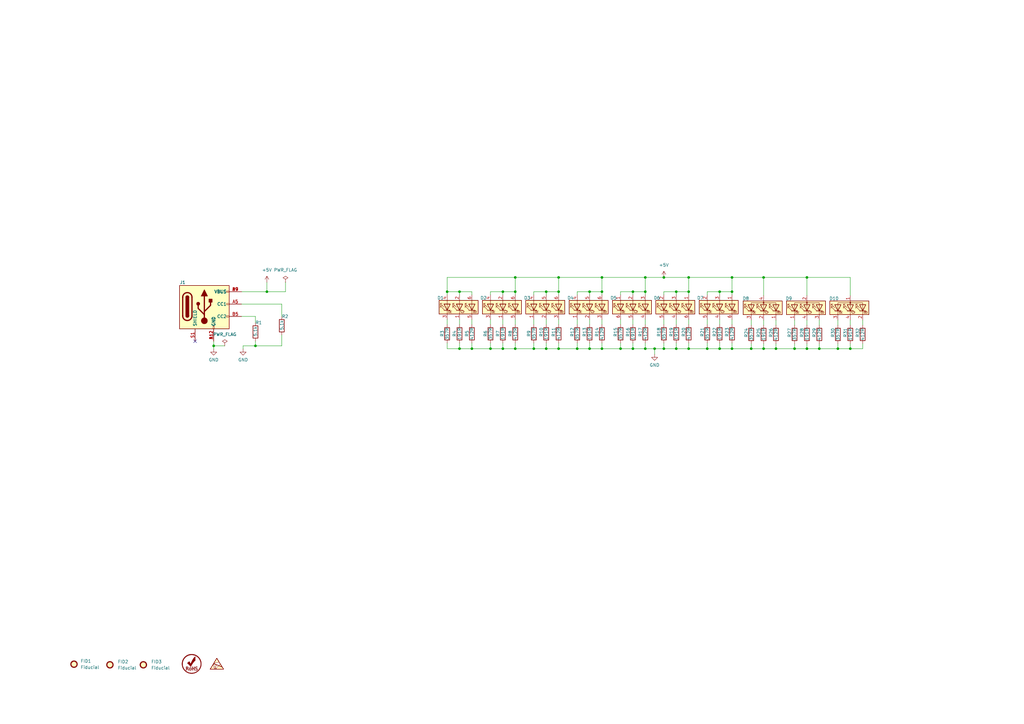
<source format=kicad_sch>
(kicad_sch (version 20211123) (generator eeschema)
  (paper "A3")
  (title_block (title "WallClock Sample") (date "2022-01-02") (rev "${SCH_VER}") (company "Siriuspal") (comment 1 "Trial board to test LEDs"))
  (lib_symbols
    (symbol "Connector:USB_C_Receptacle_USB2.0_1" (pin_names (offset 1.016))
      (property "Reference" "J" (at -10.16 19.05 0))
      (property "Value" "USB_C_Receptacle_USB2.0_1" (at 19.05 19.05 0))
      (symbol "USB_C_Receptacle_USB2.0_1_1_1"
        (pin passive line (at 3.81 -5.08 90) (length 5.08) (name "GND") (number "A12"))
        (pin bidirectional line (at 15.24 10.16 180) (length 5.08) (name "CC1") (number "A5"))
        (pin passive line (at 15.24 15.24 180) (length 5.08) (name "VBUS") (number "A9"))
        (pin passive line (at 15.24 15.24 180) (length 5.08) (name "VBUS") (number "A9"))
        (pin passive line (at 3.81 -5.08 90) (length 5.08) (name "GND") (number "B12"))
        (pin bidirectional line (at 15.24 5.08 180) (length 5.08) (name "CC2") (number "B5"))
        (pin passive line (at 15.24 15.24 180) (length 5.08) (name "VBUS") (number "B9"))
        (pin passive line (at -3.81 -5.08 90) (length 5.08) (name "SHIELD") (number "S1"))
      )
    )
    (symbol "Device:LED_ABRG" (pin_names (offset 0) hide)
      (property "Reference" "D" (at 0 9.398 0))
      (property "Value" "LED_ABRG" (at 0 -8.89 0))
      (symbol "LED_ABRG_0_0"
        (text "B" (at -1.905 -6.35 0) (effects (font (size 1.27 1.27))))
        (text "G" (at -1.905 -1.27 0) (effects (font (size 1.27 1.27))))
        (text "R" (at -1.905 3.81 0) (effects (font (size 1.27 1.27))))
      )
      (symbol "LED_ABRG_1_1"
        (pin passive line (at 5.08 0 180) (length 2.54) (name "A") (number "1"))
        (pin passive line (at -5.08 -5.08 0) (length 2.54) (name "BK") (number "2"))
        (pin passive line (at -5.08 5.08 0) (length 2.54) (name "RK") (number "3"))
        (pin passive line (at -5.08 0 0) (length 2.54) (name "GK") (number "4"))
      )
    )
    (symbol "Device:LED_BGRA" (pin_names (offset 0) hide)
      (property "Reference" "D" (at 0 9.398 0))
      (property "Value" "LED_BGRA" (at 0 -8.89 0))
      (symbol "LED_BGRA_0_0"
        (text "B" (at -1.905 -6.35 0) (effects (font (size 1.27 1.27))))
        (text "G" (at -1.905 -1.27 0) (effects (font (size 1.27 1.27))))
        (text "R" (at -1.905 3.81 0) (effects (font (size 1.27 1.27))))
      )
      (symbol "LED_BGRA_1_1"
        (pin passive line (at -5.08 -5.08 0) (length 2.54) (name "BK") (number "1"))
        (pin passive line (at -5.08 0 0) (length 2.54) (name "GK") (number "2"))
        (pin passive line (at -5.08 5.08 0) (length 2.54) (name "RK") (number "3"))
        (pin passive line (at 5.08 0 180) (length 2.54) (name "A") (number "4"))
      )
    )
    (symbol "Device:LED_RABG" (pin_names (offset 0) hide)
      (property "Reference" "D" (at 0 9.398 0))
      (property "Value" "LED_RABG" (at 0 -8.89 0))
      (symbol "LED_RABG_0_0"
        (text "B" (at -1.905 -6.35 0) (effects (font (size 1.27 1.27))))
        (text "G" (at -1.905 -1.27 0) (effects (font (size 1.27 1.27))))
        (text "R" (at -1.905 3.81 0) (effects (font (size 1.27 1.27))))
      )
      (symbol "LED_RABG_1_1"
        (pin passive line (at -5.08 5.08 0) (length 2.54) (name "RK") (number "1"))
        (pin passive line (at 5.08 0 180) (length 2.54) (name "A") (number "2"))
        (pin passive line (at -5.08 -5.08 0) (length 2.54) (name "BK") (number "3"))
        (pin passive line (at -5.08 0 0) (length 2.54) (name "GK") (number "4"))
      )
    )
    (symbol "Device:LED_RGB_1" (pin_names (offset 0) hide)
      (property "Reference" "D" (at 0 9.398 0))
      (property "Value" "LED_RGB_1" (at 0 -8.89 0))
      (symbol "LED_RGB_1_0_0"
        (text "B" (at -1.905 -6.35 0) (effects (font (size 1.27 1.27))))
        (text "G" (at -1.905 -1.27 0) (effects (font (size 1.27 1.27))))
        (text "R" (at -1.905 3.81 0) (effects (font (size 1.27 1.27))))
      )
      (symbol "LED_RGB_1_1_1"
        (pin passive line (at -5.08 0 0) (length 2.54) (name "GK") (number "1"))
        (pin passive line (at 5.08 0 180) (length 2.54) (name "GA") (number "2"))
        (pin passive line (at -5.08 5.08 0) (length 2.54) (name "RK") (number "3"))
        (pin passive line (at 5.08 5.08 180) (length 2.54) (name "RA") (number "4"))
        (pin passive line (at -5.08 -5.08 0) (length 2.54) (name "BK") (number "5"))
        (pin passive line (at 5.08 -5.08 180) (length 2.54) (name "BA") (number "6"))
      )
    )
    (symbol "Device:LED_RGB_2" (pin_names (offset 0) hide)
      (property "Reference" "D" (at 0 9.398 0))
      (property "Value" "LED_RGB_2" (at 0 -8.89 0))
      (symbol "LED_RGB_2_0_0"
        (text "B" (at -1.905 -6.35 0) (effects (font (size 1.27 1.27))))
        (text "G" (at -1.905 -1.27 0) (effects (font (size 1.27 1.27))))
        (text "R" (at -1.905 3.81 0) (effects (font (size 1.27 1.27))))
      )
      (symbol "LED_RGB_2_1_1"
        (pin passive line (at -5.08 5.08 0) (length 2.54) (name "RK") (number "1"))
        (pin passive line (at -5.08 0 0) (length 2.54) (name "GK") (number "2"))
        (pin passive line (at -5.08 -5.08 0) (length 2.54) (name "BK") (number "3"))
        (pin passive line (at 5.08 5.08 180) (length 2.54) (name "RA") (number "4"))
        (pin passive line (at 5.08 0 180) (length 2.54) (name "GA") (number "5"))
        (pin passive line (at 5.08 -5.08 180) (length 2.54) (name "BA") (number "6"))
      )
    )
    (symbol "Device:LED_RGB_4" (pin_names (offset 0) hide)
      (property "Reference" "D" (at 0 9.398 0))
      (property "Value" "LED_RGB_4" (at 0 -8.89 0))
      (symbol "LED_RGB_4_0_0"
        (text "B" (at -1.905 -6.35 0) (effects (font (size 1.27 1.27))))
        (text "G" (at -1.905 -1.27 0) (effects (font (size 1.27 1.27))))
        (text "R" (at -1.905 3.81 0) (effects (font (size 1.27 1.27))))
      )
      (symbol "LED_RGB_4_1_1"
        (pin passive line (at 5.08 5.08 180) (length 2.54) (name "RA") (number "1"))
        (pin passive line (at 5.08 0 180) (length 2.54) (name "GA") (number "2"))
        (pin passive line (at 5.08 -5.08 180) (length 2.54) (name "BA") (number "3"))
        (pin passive line (at -5.08 -5.08 0) (length 2.54) (name "BK") (number "4"))
        (pin passive line (at -5.08 0 0) (length 2.54) (name "GK") (number "5"))
        (pin passive line (at -5.08 5.08 0) (length 2.54) (name "RK") (number "6"))
      )
    )
    (symbol "Device:LED_RGB_5" (pin_names (offset 0) hide)
      (property "Reference" "D" (at 0 9.398 0))
      (property "Value" "LED_RGB_5" (at 0 -8.89 0))
      (symbol "LED_RGB_5_0_0"
        (text "B" (at -1.905 -6.35 0) (effects (font (size 1.27 1.27))))
        (text "G" (at -1.905 -1.27 0) (effects (font (size 1.27 1.27))))
        (text "R" (at -1.905 3.81 0) (effects (font (size 1.27 1.27))))
      )
      (symbol "LED_RGB_5_1_1"
        (pin passive line (at 5.08 -5.08 180) (length 2.54) (name "BA") (number "1"))
        (pin passive line (at 5.08 5.08 180) (length 2.54) (name "RA") (number "2"))
        (pin passive line (at 5.08 0 180) (length 2.54) (name "GA") (number "3"))
        (pin passive line (at -5.08 0 0) (length 2.54) (name "GK") (number "4"))
        (pin passive line (at -5.08 5.08 0) (length 2.54) (name "RK") (number "5"))
        (pin passive line (at -5.08 -5.08 0) (length 2.54) (name "BK") (number "6"))
      )
    )
    (symbol "Device:R" (pin_numbers hide) (pin_names (offset 0))
      (property "Reference" "R" (at 2.032 0 90))
      (property "Value" "R" (at 0 0 90))
      (symbol "R_1_1"
        (pin passive line (at 0 3.81 270) (length 1.27) (name "~") (number "1"))
        (pin passive line (at 0 -3.81 90) (length 1.27) (name "~") (number "2"))
      )
    )
    (symbol "GND_1" (power) (pin_names (offset 0))
      (property "Value" "GND_1" (at 0 -3.81 0))
      (symbol "GND_1_1_1"
        (pin power_in line (at 0 0 270) (length 0) hide (name "GND") (number "1"))
      )
    )
    (symbol "GND_2" (power) (pin_names (offset 0))
      (property "Value" "GND_2" (at 0 -3.81 0))
      (symbol "GND_2_1_1"
        (pin power_in line (at 0 0 270) (length 0) hide (name "GND") (number "1"))
      )
    )
    (symbol "Graphic:RoHS Logo" (pin_numbers hide) (pin_names (offset 1.016) hide) (in_bom no))
    (symbol "Graphic:SYM_ESD_Small" (pin_names (offset 1.016)))
    (symbol "Mechanical:Fiducial"
      (property "Reference" "FID" (at 0 5.08 0))
      (property "Value" "Fiducial" (at 0 3.175 0))
    )
    (symbol "power:+5V" (power) (pin_names (offset 0))
      (property "Value" "+5V" (at 0 3.556 0))
      (symbol "+5V_1_1"
        (pin power_in line (at 0 0 90) (length 0) hide (name "+5V") (number "1"))
      )
    )
    (symbol "power:GND" (power) (pin_names (offset 0))
      (property "Value" "GND" (at 0 -3.81 0))
      (symbol "GND_1_1"
        (pin power_in line (at 0 0 270) (length 0) hide (name "GND") (number "1"))
      )
    )
    (symbol "power:PWR_FLAG" (power) (pin_numbers hide) (pin_names (offset 0) hide)
      (property "Value" "PWR_FLAG" (at 0 3.81 0))
      (symbol "PWR_FLAG_0_0"
        (pin power_out line (at 0 0 90) (length 0) (name "pwr") (number "1"))
      )
    )
  )
  (junction (at 300.228 143.002))
  (junction (at 241.808 119.634))
  (junction (at 218.948 143.002))
  (junction (at 246.888 119.634))
  (junction (at 277.368 119.634))
  (junction (at 264.668 113.792))
  (junction (at 348.742 143.002))
  (junction (at 330.962 113.792))
  (junction (at 211.328 119.634))
  (junction (at 211.328 113.792))
  (junction (at 211.328 143.002))
  (junction (at 325.882 143.002))
  (junction (at 87.63 141.859))
  (junction (at 229.108 119.634))
  (junction (at 224.028 119.634))
  (junction (at 183.388 119.634))
  (junction (at 254.508 143.002))
  (junction (at 206.248 143.002))
  (junction (at 206.248 119.634))
  (junction (at 313.182 113.792))
  (junction (at 272.288 113.792))
  (junction (at 229.108 113.792))
  (junction (at 229.108 143.002))
  (junction (at 268.478 143.002))
  (junction (at 300.228 119.634))
  (junction (at 259.588 143.002))
  (junction (at 104.775 141.859))
  (junction (at 224.028 143.002))
  (junction (at 282.448 143.002))
  (junction (at 277.368 143.002))
  (junction (at 188.468 143.002))
  (junction (at 246.888 113.792))
  (junction (at 241.808 143.002))
  (junction (at 259.588 119.634))
  (junction (at 330.962 143.002))
  (junction (at 109.474 119.634))
  (junction (at 188.468 119.634))
  (junction (at 336.042 143.002))
  (junction (at 295.148 119.634))
  (junction (at 246.888 143.002))
  (junction (at 264.668 119.634))
  (junction (at 343.662 143.002))
  (junction (at 295.148 143.002))
  (junction (at 201.168 143.002))
  (junction (at 290.068 143.002))
  (junction (at 236.728 143.002))
  (junction (at 308.102 143.002))
  (junction (at 313.182 143.002))
  (junction (at 282.448 119.634))
  (junction (at 272.288 143.002))
  (junction (at 193.548 143.002))
  (junction (at 282.448 113.792))
  (junction (at 318.262 143.002))
  (junction (at 300.228 113.792))
  (junction (at 264.668 143.002))
  (no_connect (at 80.01 139.954))
  (wire (pts (xy 282.448 119.634) (xy 282.448 120.904)))
  (wire (pts (xy 272.288 143.002) (xy 268.478 143.002)))
  (wire (pts (xy 268.478 143.002) (xy 264.668 143.002)))
  (wire (pts (xy 211.328 131.064) (xy 211.328 133.096)))
  (wire (pts (xy 115.57 124.714) (xy 115.57 129.794)))
  (wire (pts (xy 109.474 115.824) (xy 109.474 119.634)))
  (wire (pts (xy 295.148 143.002) (xy 290.068 143.002)))
  (wire (pts (xy 211.328 140.716) (xy 211.328 143.002)))
  (wire (pts (xy 313.182 113.792) (xy 330.962 113.792)))
  (wire (pts (xy 99.06 124.714) (xy 115.57 124.714)))
  (wire (pts (xy 224.028 143.002) (xy 218.948 143.002)))
  (wire (pts (xy 264.668 131.064) (xy 264.668 133.096)))
  (wire (pts (xy 313.182 113.792) (xy 313.182 121.158)))
  (wire (pts (xy 290.068 120.904) (xy 290.068 119.634)))
  (wire (pts (xy 183.388 140.716) (xy 183.388 143.002)))
  (wire (pts (xy 277.368 131.064) (xy 277.368 133.096)))
  (wire (pts (xy 264.668 119.634) (xy 264.668 120.904)))
  (wire (pts (xy 104.775 132.334) (xy 104.775 129.794)))
  (wire (pts (xy 229.108 113.792) (xy 246.888 113.792)))
  (wire (pts (xy 99.06 129.794) (xy 104.775 129.794)))
  (wire (pts (xy 330.962 140.97) (xy 330.962 143.002)))
  (wire (pts (xy 117.094 115.824) (xy 117.094 119.634)))
  (wire (pts (xy 353.822 143.002) (xy 348.742 143.002)))
  (wire (pts (xy 348.742 143.002) (xy 343.662 143.002)))
  (wire (pts (xy 211.328 113.792) (xy 229.108 113.792)))
  (wire (pts (xy 313.182 143.002) (xy 308.102 143.002)))
  (wire (pts (xy 87.63 139.954) (xy 87.63 141.859)))
  (wire (pts (xy 201.168 143.002) (xy 193.548 143.002)))
  (wire (pts (xy 295.148 140.716) (xy 295.148 143.002)))
  (wire (pts (xy 259.588 140.716) (xy 259.588 143.002)))
  (wire (pts (xy 188.468 140.716) (xy 188.468 143.002)))
  (wire (pts (xy 236.728 140.716) (xy 236.728 143.002)))
  (wire (pts (xy 264.668 113.792) (xy 272.288 113.792)))
  (wire (pts (xy 300.228 113.792) (xy 300.228 119.634)))
  (wire (pts (xy 259.588 131.064) (xy 259.588 133.096)))
  (wire (pts (xy 193.548 143.002) (xy 188.468 143.002)))
  (wire (pts (xy 348.742 140.97) (xy 348.742 143.002)))
  (wire (pts (xy 224.028 131.064) (xy 224.028 133.096)))
  (wire (pts (xy 295.148 131.064) (xy 295.148 133.096)))
  (wire (pts (xy 282.448 140.716) (xy 282.448 143.002)))
  (wire (pts (xy 272.288 140.716) (xy 272.288 143.002)))
  (wire (pts (xy 330.962 113.792) (xy 330.962 121.158)))
  (wire (pts (xy 188.468 143.002) (xy 183.388 143.002)))
  (wire (pts (xy 236.728 131.064) (xy 236.728 133.096)))
  (wire (pts (xy 313.182 140.97) (xy 313.182 143.002)))
  (wire (pts (xy 325.882 140.97) (xy 325.882 143.002)))
  (wire (pts (xy 188.468 120.904) (xy 188.468 119.634)))
  (wire (pts (xy 241.808 140.716) (xy 241.808 143.002)))
  (wire (pts (xy 206.248 120.904) (xy 206.248 119.634)))
  (wire (pts (xy 353.822 131.318) (xy 353.822 133.35)))
  (wire (pts (xy 264.668 113.792) (xy 264.668 119.634)))
  (wire (pts (xy 188.468 119.634) (xy 193.548 119.634)))
  (wire (pts (xy 206.248 140.716) (xy 206.248 143.002)))
  (wire (pts (xy 193.548 131.064) (xy 193.548 133.096)))
  (wire (pts (xy 300.228 140.716) (xy 300.228 143.002)))
  (wire (pts (xy 290.068 131.064) (xy 290.068 133.096)))
  (wire (pts (xy 290.068 143.002) (xy 282.448 143.002)))
  (wire (pts (xy 264.668 140.716) (xy 264.668 143.002)))
  (wire (pts (xy 272.288 120.904) (xy 272.288 119.634)))
  (wire (pts (xy 87.63 141.859) (xy 87.63 143.129)))
  (wire (pts (xy 325.882 143.002) (xy 318.262 143.002)))
  (wire (pts (xy 295.148 120.904) (xy 295.148 119.634)))
  (wire (pts (xy 330.962 113.792) (xy 348.742 113.792)))
  (wire (pts (xy 336.042 140.97) (xy 336.042 143.002)))
  (wire (pts (xy 272.288 119.634) (xy 277.368 119.634)))
  (wire (pts (xy 104.775 141.859) (xy 115.57 141.859)))
  (wire (pts (xy 246.888 140.716) (xy 246.888 143.002)))
  (wire (pts (xy 236.728 119.634) (xy 241.808 119.634)))
  (wire (pts (xy 183.388 119.634) (xy 183.388 120.904)))
  (wire (pts (xy 295.148 119.634) (xy 300.228 119.634)))
  (wire (pts (xy 193.548 120.904) (xy 193.548 119.634)))
  (wire (pts (xy 254.508 119.634) (xy 259.588 119.634)))
  (wire (pts (xy 183.388 113.792) (xy 211.328 113.792)))
  (wire (pts (xy 318.262 131.318) (xy 318.262 133.35)))
  (wire (pts (xy 241.808 119.634) (xy 246.888 119.634)))
  (wire (pts (xy 325.882 131.318) (xy 325.882 133.35)))
  (wire (pts (xy 264.668 143.002) (xy 259.588 143.002)))
  (wire (pts (xy 201.168 131.064) (xy 201.168 133.096)))
  (wire (pts (xy 259.588 120.904) (xy 259.588 119.634)))
  (wire (pts (xy 277.368 140.716) (xy 277.368 143.002)))
  (wire (pts (xy 183.388 113.792) (xy 183.388 119.634)))
  (wire (pts (xy 236.728 120.904) (xy 236.728 119.634)))
  (wire (pts (xy 117.094 119.634) (xy 109.474 119.634)))
  (wire (pts (xy 193.548 140.716) (xy 193.548 143.002)))
  (wire (pts (xy 259.588 143.002) (xy 254.508 143.002)))
  (wire (pts (xy 290.068 119.634) (xy 295.148 119.634)))
  (wire (pts (xy 229.108 140.716) (xy 229.108 143.002)))
  (wire (pts (xy 246.888 131.064) (xy 246.888 133.096)))
  (wire (pts (xy 183.388 131.064) (xy 183.388 133.096)))
  (wire (pts (xy 254.508 140.716) (xy 254.508 143.002)))
  (wire (pts (xy 99.06 119.634) (xy 109.474 119.634)))
  (wire (pts (xy 206.248 119.634) (xy 211.328 119.634)))
  (wire (pts (xy 218.948 131.064) (xy 218.948 133.096)))
  (wire (pts (xy 313.182 131.318) (xy 313.182 133.35)))
  (wire (pts (xy 277.368 119.634) (xy 282.448 119.634)))
  (wire (pts (xy 224.028 140.716) (xy 224.028 143.002)))
  (wire (pts (xy 330.962 143.002) (xy 325.882 143.002)))
  (wire (pts (xy 318.262 143.002) (xy 313.182 143.002)))
  (wire (pts (xy 206.248 143.002) (xy 201.168 143.002)))
  (wire (pts (xy 104.775 139.954) (xy 104.775 141.859)))
  (wire (pts (xy 282.448 113.792) (xy 282.448 119.634)))
  (wire (pts (xy 268.478 145.288) (xy 268.478 143.002)))
  (wire (pts (xy 229.108 119.634) (xy 229.108 120.904)))
  (wire (pts (xy 241.808 143.002) (xy 236.728 143.002)))
  (wire (pts (xy 201.168 119.634) (xy 206.248 119.634)))
  (wire (pts (xy 336.042 143.002) (xy 330.962 143.002)))
  (wire (pts (xy 241.808 120.904) (xy 241.808 119.634)))
  (wire (pts (xy 254.508 120.904) (xy 254.508 119.634)))
  (wire (pts (xy 246.888 119.634) (xy 246.888 120.904)))
  (wire (pts (xy 336.042 131.318) (xy 336.042 133.35)))
  (wire (pts (xy 277.368 143.002) (xy 272.288 143.002)))
  (wire (pts (xy 282.448 131.064) (xy 282.448 133.096)))
  (wire (pts (xy 308.102 131.318) (xy 308.102 133.35)))
  (wire (pts (xy 290.068 140.716) (xy 290.068 143.002)))
  (wire (pts (xy 229.108 131.064) (xy 229.108 133.096)))
  (wire (pts (xy 201.168 120.904) (xy 201.168 119.634)))
  (wire (pts (xy 211.328 113.792) (xy 211.328 119.634)))
  (wire (pts (xy 300.228 119.634) (xy 300.228 120.904)))
  (wire (pts (xy 218.948 140.716) (xy 218.948 143.002)))
  (wire (pts (xy 318.262 140.97) (xy 318.262 143.002)))
  (wire (pts (xy 201.168 140.716) (xy 201.168 143.002)))
  (wire (pts (xy 282.448 143.002) (xy 277.368 143.002)))
  (wire (pts (xy 211.328 143.002) (xy 206.248 143.002)))
  (wire (pts (xy 300.228 113.792) (xy 313.182 113.792)))
  (wire (pts (xy 300.228 143.002) (xy 295.148 143.002)))
  (wire (pts (xy 330.962 131.318) (xy 330.962 133.35)))
  (wire (pts (xy 224.028 120.904) (xy 224.028 119.634)))
  (wire (pts (xy 211.328 119.634) (xy 211.328 120.904)))
  (wire (pts (xy 246.888 113.792) (xy 246.888 119.634)))
  (wire (pts (xy 99.695 143.129) (xy 99.695 141.859)))
  (wire (pts (xy 254.508 143.002) (xy 246.888 143.002)))
  (wire (pts (xy 218.948 120.904) (xy 218.948 119.634)))
  (wire (pts (xy 218.948 119.634) (xy 224.028 119.634)))
  (wire (pts (xy 241.808 131.064) (xy 241.808 133.096)))
  (wire (pts (xy 300.228 131.064) (xy 300.228 133.096)))
  (wire (pts (xy 188.468 131.064) (xy 188.468 133.096)))
  (wire (pts (xy 353.822 140.97) (xy 353.822 143.002)))
  (wire (pts (xy 218.948 143.002) (xy 211.328 143.002)))
  (wire (pts (xy 115.57 137.414) (xy 115.57 141.859)))
  (wire (pts (xy 246.888 113.792) (xy 264.668 113.792)))
  (wire (pts (xy 343.662 143.002) (xy 336.042 143.002)))
  (wire (pts (xy 348.742 121.158) (xy 348.742 113.792)))
  (wire (pts (xy 277.368 120.904) (xy 277.368 119.634)))
  (wire (pts (xy 259.588 119.634) (xy 264.668 119.634)))
  (wire (pts (xy 229.108 143.002) (xy 224.028 143.002)))
  (wire (pts (xy 183.388 119.634) (xy 188.468 119.634)))
  (wire (pts (xy 282.448 113.792) (xy 300.228 113.792)))
  (wire (pts (xy 272.288 131.064) (xy 272.288 133.096)))
  (wire (pts (xy 254.508 131.064) (xy 254.508 133.096)))
  (wire (pts (xy 206.248 131.064) (xy 206.248 133.096)))
  (wire (pts (xy 87.63 141.859) (xy 92.202 141.859)))
  (wire (pts (xy 343.662 131.318) (xy 343.662 133.35)))
  (wire (pts (xy 348.742 131.318) (xy 348.742 133.35)))
  (wire (pts (xy 308.102 143.002) (xy 300.228 143.002)))
  (wire (pts (xy 308.102 140.97) (xy 308.102 143.002)))
  (wire (pts (xy 229.108 113.792) (xy 229.108 119.634)))
  (wire (pts (xy 272.288 113.792) (xy 282.448 113.792)))
  (wire (pts (xy 99.695 141.859) (xy 104.775 141.859)))
  (wire (pts (xy 236.728 143.002) (xy 229.108 143.002)))
  (wire (pts (xy 246.888 143.002) (xy 241.808 143.002)))
  (wire (pts (xy 343.662 140.97) (xy 343.662 143.002)))
  (wire (pts (xy 224.028 119.634) (xy 229.108 119.634)))
  (symbol (lib_id "Device:R") (at 336.042 137.16 0) (unit 1)
    (property "Reference" "R29" (at 334.01 138.43 90) (effects (justify left)))
    (property "Value" "412R" (at 336.042 139.7 90) (effects (justify left)))
    (property "Footprint" "Resistor_SMD:R_0603_1608Metric_Pad0.98x0.95mm_HandSolder" (effects hide))
    (property "Digi-Key Part Number" "RMCF0603FT412RCT-ND" (effects hide))
    (property "MPN" "RMCF0603FT412R" (effects hide))
    (property "Manufacturer" "Stackpole Electronics Inc" (effects hide))
    (property "Description" "RES 412 OHM 1% 1/10W 0603" (effects hide))
    (property "Substitute Allowed" "Yes" (effects hide))
  )
  (symbol (lib_id "Device:LED_ABRG") (at 348.742 126.238 90) (unit 1)
    (property "Reference" "D10" (at 340.106 122.428 90) (effects (justify right)))
    (property "Value" "LED_ABRG" (effects hide))
    (property "Footprint" "LED_SMD:156120M173000" (effects hide))
    (property "Digi-Key Part Number" "732-13408-1-ND" (effects hide))
    (property "MPN" "156120M173000" (effects hide))
    (property "Manufacturer" "Würth Elektronik" (effects hide))
    (property "Description" "WL-SFRW SMT FULL-COLOR REVERSE M" (effects hide))
    (property "Substitute Allowed" "No" (effects hide))
  )
  (symbol (lib_id "Device:R") (at 241.808 136.906 0) (unit 1)
    (property "Reference" "R13" (at 239.776 138.176 90) (effects (justify left)))
    (property "Value" "191R" (at 241.808 139.446 90) (effects (justify left)))
    (property "Footprint" "Resistor_SMD:R_0603_1608Metric_Pad0.98x0.95mm_HandSolder" (effects hide))
    (property "Digi-Key Part Number" "738-RMCF0603FT191RCT-ND" (effects hide))
    (property "MPN" "RMCF0603FT191R" (effects hide))
    (property "Manufacturer" "Stackpole Electronics Inc" (effects hide))
    (property "Description" "RES 191 OHM 1% 1/10W 0603" (effects hide))
    (property "Substitute Allowed" "Yes" (effects hide))
  )
  (symbol (lib_id "Device:R") (at 229.108 136.906 0) (unit 1)
    (property "Reference" "R11" (at 227.076 138.176 90) (effects (justify left)))
    (property "Value" "412R" (at 229.108 139.446 90) (effects (justify left)))
    (property "Footprint" "Resistor_SMD:R_0603_1608Metric_Pad0.98x0.95mm_HandSolder" (effects hide))
    (property "Digi-Key Part Number" "RMCF0603FT412RCT-ND" (effects hide))
    (property "MPN" "RMCF0603FT412R" (effects hide))
    (property "Manufacturer" "Stackpole Electronics Inc" (effects hide))
    (property "Description" "RES 412 OHM 1% 1/10W 0603" (effects hide))
    (property "Substitute Allowed" "Yes" (effects hide))
  )
  (symbol (lib_id "Device:R") (at 330.962 137.16 0) (unit 1)
    (property "Reference" "R28" (at 328.93 138.43 90) (effects (justify left)))
    (property "Value" "191R" (at 330.962 139.7 90) (effects (justify left)))
    (property "Footprint" "Resistor_SMD:R_0603_1608Metric_Pad0.98x0.95mm_HandSolder" (effects hide))
    (property "Digi-Key Part Number" "738-RMCF0603FT191RCT-ND" (effects hide))
    (property "MPN" "RMCF0603FT191R" (effects hide))
    (property "Manufacturer" "Stackpole Electronics Inc" (effects hide))
    (property "Description" "RES 191 OHM 1% 1/10W 0603" (effects hide))
    (property "Substitute Allowed" "Yes" (effects hide))
  )
  (symbol (lib_id "Device:R") (at 201.168 136.906 0) (unit 1)
    (property "Reference" "R6" (at 199.136 138.176 90) (effects (justify left)))
    (property "Value" "357R" (at 201.168 139.446 90) (effects (justify left)))
    (property "Footprint" "Resistor_SMD:R_0603_1608Metric_Pad0.98x0.95mm_HandSolder" (effects hide))
    (property "Digi-Key Part Number" "738-RMCF0603FT357RCT-ND" (effects hide))
    (property "MPN" "RMCF0603FT357R" (effects hide))
    (property "Manufacturer" "Stackpole Electronics Inc" (effects hide))
    (property "Description" "RES 357 OHM 1% 1/10W 0603" (effects hide))
    (property "Substitute Allowed" "Yes" (effects hide))
  )
  (symbol (lib_id "Device:R") (at 325.882 137.16 0) (unit 1)
    (property "Reference" "R27" (at 323.85 138.43 90) (effects (justify left)))
    (property "Value" "357R" (at 325.882 139.7 90) (effects (justify left)))
    (property "Footprint" "Resistor_SMD:R_0603_1608Metric_Pad0.98x0.95mm_HandSolder" (effects hide))
    (property "Digi-Key Part Number" "738-RMCF0603FT357RCT-ND" (effects hide))
    (property "MPN" "RMCF0603FT357R" (effects hide))
    (property "Manufacturer" "Stackpole Electronics Inc" (effects hide))
    (property "Description" "RES 357 OHM 1% 1/10W 0603" (effects hide))
    (property "Substitute Allowed" "Yes" (effects hide))
  )
  (symbol (lib_id "Connector:USB_C_Receptacle_USB2.0_1") (at 83.82 134.874 0) (unit 1)
    (property "Reference" "J1" (at 74.93 115.824 0))
    (property "Value" "USB_C" (effects hide))
    (property "Footprint" "Connector_USB:USB-C-PowerOnly" (effects hide))
    (property "Datasheet" "https://www.usb.org/sites/default/files/documents/usb_type-c.zip" (effects hide))
    (property "Digi-Key Part Number" "2092-KUSBX-SMT-CS-6-BCT-ND" (effects hide))
    (property "MPN" "KUSBX-SMT-CS-6-BTR" (effects hide))
    (property "Manufacturer" "Kycon, Inc." (effects hide))
    (property "Description" "CONN RECEPT USB TYPE C 6-PIN R/A" (effects hide))
    (property "Substitute Allowed" "Yes" (effects hide))
  )
  (symbol (lib_id "power:GND") (at 268.478 145.288 0) (unit 1)
    (property "Reference" "#PWR04" (effects hide))
    (property "Value" "GND" (at 268.478 149.733 0))
  )
  (symbol (lib_id "Device:R") (at 290.068 136.906 0) (unit 1)
    (property "Reference" "R21" (at 288.036 138.176 90) (effects (justify left)))
    (property "Value" "357R" (at 290.068 139.446 90) (effects (justify left)))
    (property "Footprint" "Resistor_SMD:R_0603_1608Metric_Pad0.98x0.95mm_HandSolder" (effects hide))
    (property "Digi-Key Part Number" "738-RMCF0603FT357RCT-ND" (effects hide))
    (property "MPN" "RMCF0603FT357R" (effects hide))
    (property "Manufacturer" "Stackpole Electronics Inc" (effects hide))
    (property "Description" "RES 357 OHM 1% 1/10W 0603" (effects hide))
    (property "Substitute Allowed" "Yes" (effects hide))
  )
  (symbol (lib_name "GND_1") (lib_id "power:GND") (at 99.695 143.129 0) (unit 1)
    (property "Reference" "#PWR02" (effects hide))
    (property "Value" "GND" (at 99.695 147.574 0))
  )
  (symbol (lib_id "Device:R") (at 211.328 136.906 0) (unit 1)
    (property "Reference" "R8" (at 209.296 138.176 90) (effects (justify left)))
    (property "Value" "412R" (at 211.328 139.446 90) (effects (justify left)))
    (property "Footprint" "Resistor_SMD:R_0603_1608Metric_Pad0.98x0.95mm_HandSolder" (effects hide))
    (property "Digi-Key Part Number" "RMCF0603FT412RCT-ND" (effects hide))
    (property "MPN" "RMCF0603FT412R" (effects hide))
    (property "Manufacturer" "Stackpole Electronics Inc" (effects hide))
    (property "Description" "RES 412 OHM 1% 1/10W 0603" (effects hide))
    (property "Substitute Allowed" "Yes" (effects hide))
  )
  (symbol (lib_id "Mechanical:Fiducial") (at 45.085 272.669 0) (unit 1) (in_bom no)
    (property "Reference" "FID2" (at 48.26 271.3989 0) (effects (justify left)))
    (property "Value" "Fiducial" (at 48.26 273.9389 0) (effects (justify left)))
    (property "Footprint" "Fiducial:Fiducial_0.75mm_Mask1.5mm" (effects hide))
  )
  (symbol (lib_id "Device:R") (at 353.822 137.16 0) (unit 1)
    (property "Reference" "R32" (at 351.79 138.43 90) (effects (justify left)))
    (property "Value" "412R" (at 353.822 139.7 90) (effects (justify left)))
    (property "Footprint" "Resistor_SMD:R_0603_1608Metric_Pad0.98x0.95mm_HandSolder" (effects hide))
    (property "Digi-Key Part Number" "RMCF0603FT412RCT-ND" (effects hide))
    (property "MPN" "RMCF0603FT412R" (effects hide))
    (property "Manufacturer" "Stackpole Electronics Inc" (effects hide))
    (property "Description" "RES 412 OHM 1% 1/10W 0603" (effects hide))
    (property "Substitute Allowed" "Yes" (effects hide))
  )
  (symbol (lib_id "Device:R") (at 115.57 133.604 0) (unit 1)
    (property "Reference" "R2" (at 115.57 129.794 0) (effects (justify left)))
    (property "Value" "5.1k" (at 115.57 135.509 90) (effects (justify left)))
    (property "Footprint" "Resistor_SMD:R_0603_1608Metric_Pad0.98x0.95mm_HandSolder" (effects hide))
    (property "Digi-Key Part Number" "RMCF0603FT5K10CT-ND" (effects hide))
    (property "MPN" "RMCF0603FT5K10" (effects hide))
    (property "Manufacturer" "Stackpole Electronics Inc" (effects hide))
    (property "Description" "RES 5.1K OHM 1% 1/10W 0603" (effects hide))
    (property "Substitute Allowed" "Yes" (effects hide))
  )
  (symbol (lib_id "Device:R") (at 254.508 136.906 0) (unit 1)
    (property "Reference" "R15" (at 252.476 138.176 90) (effects (justify left)))
    (property "Value" "357R" (at 254.508 139.446 90) (effects (justify left)))
    (property "Footprint" "Resistor_SMD:R_0603_1608Metric_Pad0.98x0.95mm_HandSolder" (effects hide))
    (property "Digi-Key Part Number" "738-RMCF0603FT357RCT-ND" (effects hide))
    (property "MPN" "RMCF0603FT357R" (effects hide))
    (property "Manufacturer" "Stackpole Electronics Inc" (effects hide))
    (property "Description" "RES 357 OHM 1% 1/10W 0603" (effects hide))
    (property "Substitute Allowed" "Yes" (effects hide))
  )
  (symbol (lib_id "Device:LED_RGB_1") (at 188.468 125.984 90) (unit 1)
    (property "Reference" "D1" (at 179.324 122.174 90) (effects (justify right)))
    (property "Value" "LED_RGB_1" (effects hide))
    (property "Footprint" "AnalogueWallClockMirrorFootprintsLibrary:19-337C_RSBHGHC-A88_4T_Cutout" (effects hide))
    (property "MPN" "19-337C/RSBHGHC-A88/4T" (effects hide))
    (property "Manufacturer" "Everlight Electronics Co Ltd" (effects hide))
    (property "Digi-Key Part Number" "1080-1631-1-ND" (effects hide))
    (property "Description" "TRI COLOR PCB TOP VIEW SMD LED R" (effects hide))
  )
  (symbol (lib_id "Device:LED_RGB_5") (at 295.148 125.984 90) (unit 1)
    (property "Reference" "D7" (at 285.877 122.174 90) (effects (justify right)))
    (property "Value" "LED_RGB_5" (effects hide))
    (property "Footprint" "AnalogueWallClockMirrorFootprintsLibrary:SMLVN6RGB1W1‎_Hole" (effects hide))
    (property "Digi-Key Part Number" "846-1187-1-ND" (effects hide))
    (property "MPN" "SMLVN6RGB1W1" (effects hide))
    (property "Manufacturer" "Rohm Semiconductor" (effects hide))
    (property "Description" "LED RGB DIFFUSED 1411 SMD" (effects hide))
  )
  (symbol (lib_id "power:PWR_FLAG") (at 117.094 115.824 0) (unit 1)
    (property "Reference" "#FLG01" (effects hide))
    (property "Value" "PWR_FLAG" (at 117.094 110.744 0))
  )
  (symbol (lib_id "power:PWR_FLAG") (at 92.202 141.859 0) (unit 1)
    (property "Reference" "#FLG0101" (effects hide))
    (property "Value" "PWR_FLAG" (at 92.202 137.16 0))
  )
  (symbol (lib_id "Device:R") (at 313.182 137.16 0) (unit 1)
    (property "Reference" "R25" (at 311.15 138.43 90) (effects (justify left)))
    (property "Value" "191R" (at 313.182 139.7 90) (effects (justify left)))
    (property "Footprint" "Resistor_SMD:R_0603_1608Metric_Pad0.98x0.95mm_HandSolder" (effects hide))
    (property "Digi-Key Part Number" "738-RMCF0603FT191RCT-ND" (effects hide))
    (property "MPN" "RMCF0603FT191R" (effects hide))
    (property "Manufacturer" "Stackpole Electronics Inc" (effects hide))
    (property "Description" "RES 191 OHM 1% 1/10W 0603" (effects hide))
    (property "Substitute Allowed" "Yes" (effects hide))
  )
  (symbol (lib_id "Device:R") (at 246.888 136.906 0) (unit 1)
    (property "Reference" "R14" (at 244.856 138.176 90) (effects (justify left)))
    (property "Value" "412R" (at 246.888 139.446 90) (effects (justify left)))
    (property "Footprint" "Resistor_SMD:R_0603_1608Metric_Pad0.98x0.95mm_HandSolder" (effects hide))
    (property "Digi-Key Part Number" "RMCF0603FT412RCT-ND" (effects hide))
    (property "MPN" "RMCF0603FT412R" (effects hide))
    (property "Manufacturer" "Stackpole Electronics Inc" (effects hide))
    (property "Description" "RES 412 OHM 1% 1/10W 0603" (effects hide))
    (property "Substitute Allowed" "Yes" (effects hide))
  )
  (symbol (lib_id "Device:R") (at 259.588 136.906 0) (unit 1)
    (property "Reference" "R16" (at 257.556 138.176 90) (effects (justify left)))
    (property "Value" "191R" (at 259.588 139.446 90) (effects (justify left)))
    (property "Footprint" "Resistor_SMD:R_0603_1608Metric_Pad0.98x0.95mm_HandSolder" (effects hide))
    (property "Digi-Key Part Number" "738-RMCF0603FT191RCT-ND" (effects hide))
    (property "MPN" "RMCF0603FT191R" (effects hide))
    (property "Manufacturer" "Stackpole Electronics Inc" (effects hide))
    (property "Description" "RES 191 OHM 1% 1/10W 0603" (effects hide))
    (property "Substitute Allowed" "Yes" (effects hide))
  )
  (symbol (lib_id "Mechanical:Fiducial") (at 30.353 272.415 0) (unit 1) (in_bom no)
    (property "Reference" "FID1" (at 33.02 271.1449 0) (effects (justify left)))
    (property "Value" "Fiducial" (at 33.02 273.6849 0) (effects (justify left)))
    (property "Footprint" "Fiducial:Fiducial_0.75mm_Mask1.5mm" (effects hide))
  )
  (symbol (lib_id "Device:R") (at 236.728 136.906 0) (unit 1)
    (property "Reference" "R12" (at 234.696 138.176 90) (effects (justify left)))
    (property "Value" "357R" (at 236.728 139.446 90) (effects (justify left)))
    (property "Footprint" "Resistor_SMD:R_0603_1608Metric_Pad0.98x0.95mm_HandSolder" (effects hide))
    (property "Digi-Key Part Number" "738-RMCF0603FT357RCT-ND" (effects hide))
    (property "MPN" "RMCF0603FT357R" (effects hide))
    (property "Manufacturer" "Stackpole Electronics Inc" (effects hide))
    (property "Description" "RES 357 OHM 1% 1/10W 0603" (effects hide))
    (property "Substitute Allowed" "Yes" (effects hide))
  )
  (symbol (lib_id "power:+5V") (at 272.288 113.792 0) (unit 1)
    (property "Reference" "#PWR05" (effects hide))
    (property "Value" "+5V" (at 272.288 108.712 0))
  )
  (symbol (lib_id "Device:LED_RGB_4") (at 259.588 125.984 90) (unit 1)
    (property "Reference" "D5" (at 250.317 122.174 90) (effects (justify right)))
    (property "Value" "LED_RGB_4" (effects hide))
    (property "Footprint" "AnalogueWallClockMirrorFootprintsLibrary:CLP6C-FKB-CK1P1G1BB7R3R3_Hole" (effects hide))
    (property "Digi-Key Part Number" "CLP6C-FKB-CK1P1G1BB7R3R3CT-ND" (effects hide))
    (property "MPN" "CLP6C-FKB-CK1P1G1BB7R3R3" (effects hide))
    (property "Manufacturer" "CreeLED, Inc." (effects hide))
    (property "Description" "LED RGB DIFFUSED 6PLCC SMD" (effects hide))
  )
  (symbol (lib_id "Device:R") (at 282.448 136.906 0) (unit 1)
    (property "Reference" "R20" (at 280.416 138.176 90) (effects (justify left)))
    (property "Value" "412R" (at 282.448 139.446 90) (effects (justify left)))
    (property "Footprint" "Resistor_SMD:R_0603_1608Metric_Pad0.98x0.95mm_HandSolder" (effects hide))
    (property "Digi-Key Part Number" "RMCF0603FT412RCT-ND" (effects hide))
    (property "MPN" "RMCF0603FT412R" (effects hide))
    (property "Manufacturer" "Stackpole Electronics Inc" (effects hide))
    (property "Description" "RES 412 OHM 1% 1/10W 0603" (effects hide))
    (property "Substitute Allowed" "Yes" (effects hide))
  )
  (symbol (lib_name "GND_2") (lib_id "power:GND") (at 87.63 143.129 0) (unit 1)
    (property "Reference" "#PWR01" (effects hide))
    (property "Value" "GND" (at 87.63 147.574 0))
  )
  (symbol (lib_id "Device:R") (at 300.228 136.906 0) (unit 1)
    (property "Reference" "R23" (at 298.196 138.176 90) (effects (justify left)))
    (property "Value" "412R" (at 300.228 139.446 90) (effects (justify left)))
    (property "Footprint" "Resistor_SMD:R_0603_1608Metric_Pad0.98x0.95mm_HandSolder" (effects hide))
    (property "Digi-Key Part Number" "RMCF0603FT412RCT-ND" (effects hide))
    (property "MPN" "RMCF0603FT412R" (effects hide))
    (property "Manufacturer" "Stackpole Electronics Inc" (effects hide))
    (property "Description" "RES 412 OHM 1% 1/10W 0603" (effects hide))
    (property "Substitute Allowed" "Yes" (effects hide))
  )
  (symbol (lib_id "Device:R") (at 348.742 137.16 0) (unit 1)
    (property "Reference" "R31" (at 346.71 138.43 90) (effects (justify left)))
    (property "Value" "191R" (at 348.742 139.7 90) (effects (justify left)))
    (property "Footprint" "Resistor_SMD:R_0603_1608Metric_Pad0.98x0.95mm_HandSolder" (effects hide))
    (property "Digi-Key Part Number" "738-RMCF0603FT191RCT-ND" (effects hide))
    (property "MPN" "RMCF0603FT191R" (effects hide))
    (property "Manufacturer" "Stackpole Electronics Inc" (effects hide))
    (property "Description" "RES 191 OHM 1% 1/10W 0603" (effects hide))
    (property "Substitute Allowed" "Yes" (effects hide))
  )
  (symbol (lib_id "Device:R") (at 272.288 136.906 0) (unit 1)
    (property "Reference" "R18" (at 270.256 138.176 90) (effects (justify left)))
    (property "Value" "357R" (at 272.288 139.446 90) (effects (justify left)))
    (property "Footprint" "Resistor_SMD:R_0603_1608Metric_Pad0.98x0.95mm_HandSolder" (effects hide))
    (property "Digi-Key Part Number" "738-RMCF0603FT357RCT-ND" (effects hide))
    (property "MPN" "RMCF0603FT357R" (effects hide))
    (property "Manufacturer" "Stackpole Electronics Inc" (effects hide))
    (property "Description" "RES 357 OHM 1% 1/10W 0603" (effects hide))
    (property "Substitute Allowed" "Yes" (effects hide))
  )
  (symbol (lib_id "Device:R") (at 206.248 136.906 0) (unit 1)
    (property "Reference" "R7" (at 204.216 138.176 90) (effects (justify left)))
    (property "Value" "191R" (at 206.248 139.446 90) (effects (justify left)))
    (property "Footprint" "Resistor_SMD:R_0603_1608Metric_Pad0.98x0.95mm_HandSolder" (effects hide))
    (property "Digi-Key Part Number" "738-RMCF0603FT191RCT-ND" (effects hide))
    (property "MPN" "RMCF0603FT191R" (effects hide))
    (property "Manufacturer" "Stackpole Electronics Inc" (effects hide))
    (property "Description" "RES 191 OHM 1% 1/10W 0603" (effects hide))
    (property "Substitute Allowed" "Yes" (effects hide))
  )
  (symbol (lib_id "Device:R") (at 308.102 137.16 0) (unit 1)
    (property "Reference" "R24" (at 306.07 138.43 90) (effects (justify left)))
    (property "Value" "357R" (at 308.102 139.7 90) (effects (justify left)))
    (property "Footprint" "Resistor_SMD:R_0603_1608Metric_Pad0.98x0.95mm_HandSolder" (effects hide))
    (property "Digi-Key Part Number" "738-RMCF0603FT357RCT-ND" (effects hide))
    (property "MPN" "RMCF0603FT357R" (effects hide))
    (property "Manufacturer" "Stackpole Electronics Inc" (effects hide))
    (property "Description" "RES 357 OHM 1% 1/10W 0603" (effects hide))
    (property "Substitute Allowed" "Yes" (effects hide))
  )
  (symbol (lib_id "Device:R") (at 188.468 136.906 0) (unit 1)
    (property "Reference" "R4" (at 186.436 138.176 90) (effects (justify left)))
    (property "Value" "191R" (at 188.468 139.446 90) (effects (justify left)))
    (property "Footprint" "Resistor_SMD:R_0603_1608Metric_Pad0.98x0.95mm_HandSolder" (effects hide))
    (property "Digi-Key Part Number" "738-RMCF0603FT191RCT-ND" (effects hide))
    (property "MPN" "RMCF0603FT191R" (effects hide))
    (property "Manufacturer" "Stackpole Electronics Inc" (effects hide))
    (property "Description" "RES 191 OHM 1% 1/10W 0603" (effects hide))
    (property "Substitute Allowed" "Yes" (effects hide))
  )
  (symbol (lib_id "Device:LED_RGB_2") (at 224.028 125.984 90) (unit 1)
    (property "Reference" "D3" (at 214.884 122.174 90) (effects (justify right)))
    (property "Value" "LED_RGB_2" (effects hide))
    (property "Footprint" "AnalogueWallClockMirrorFootprintsLibrary:APF3236SEEZGQBDC_Cutout" (effects hide))
    (property "Digi-Key Part Number" "754-2155-1-ND" (effects hide))
    (property "MPN" "APF3236SEEZGQBDC" (effects hide))
    (property "Manufacturer" "Kingbright" (effects hide))
    (property "Description" "LED RGB CLEAR SMD" (effects hide))
  )
  (symbol (lib_id "Device:R") (at 224.028 136.906 0) (unit 1)
    (property "Reference" "R10" (at 221.996 138.176 90) (effects (justify left)))
    (property "Value" "191R" (at 224.028 139.446 90) (effects (justify left)))
    (property "Footprint" "Resistor_SMD:R_0603_1608Metric_Pad0.98x0.95mm_HandSolder" (effects hide))
    (property "Digi-Key Part Number" "738-RMCF0603FT191RCT-ND" (effects hide))
    (property "MPN" "RMCF0603FT191R" (effects hide))
    (property "Manufacturer" "Stackpole Electronics Inc" (effects hide))
    (property "Description" "RES 191 OHM 1% 1/10W 0603" (effects hide))
    (property "Substitute Allowed" "Yes" (effects hide))
  )
  (symbol (lib_id "Mechanical:Fiducial") (at 58.801 272.669 0) (unit 1) (in_bom no)
    (property "Reference" "FID3" (at 61.976 271.3989 0) (effects (justify left)))
    (property "Value" "Fiducial" (at 61.976 273.9389 0) (effects (justify left)))
    (property "Footprint" "Fiducial:Fiducial_0.75mm_Mask1.5mm" (effects hide))
  )
  (symbol (lib_id "Graphic:SYM_ESD_Small") (at 88.9 272.542 0) (unit 1) (in_bom no)
    (property "Reference" "#SYM1" (effects hide))
    (property "Value" "SYM_ESD_Small" (effects hide))
  )
  (symbol (lib_id "Device:LED_RGB_5") (at 277.368 125.984 90) (unit 1)
    (property "Reference" "D6" (at 268.097 122.174 90) (effects (justify right)))
    (property "Value" "LED_RGB_5" (effects hide))
    (property "Footprint" "AnalogueWallClockMirrorFootprintsLibrary:SMLVN6RGB1W1‎_Cutout" (effects hide))
    (property "Digi-Key Part Number" "846-1187-1-ND" (effects hide))
    (property "MPN" "SMLVN6RGB1W1" (effects hide))
    (property "Manufacturer" "Rohm Semiconductor" (effects hide))
    (property "Description" "LED RGB DIFFUSED 1411 SMD" (effects hide))
  )
  (symbol (lib_id "Device:R") (at 104.775 136.144 0) (unit 1)
    (property "Reference" "R1" (at 104.775 132.334 0) (effects (justify left)))
    (property "Value" "5.1k" (at 104.775 138.049 90) (effects (justify left)))
    (property "Footprint" "Resistor_SMD:R_0603_1608Metric_Pad0.98x0.95mm_HandSolder" (effects hide))
    (property "Digi-Key Part Number" "RMCF0603FT5K10CT-ND" (effects hide))
    (property "MPN" "RMCF0603FT5K10" (effects hide))
    (property "Manufacturer" "Stackpole Electronics Inc" (effects hide))
    (property "Description" "RES 5.1K OHM 1% 1/10W 0603" (effects hide))
    (property "Substitute Allowed" "Yes" (effects hide))
  )
  (symbol (lib_id "Device:R") (at 193.548 136.906 0) (unit 1)
    (property "Reference" "R5" (at 191.516 138.176 90) (effects (justify left)))
    (property "Value" "412R" (at 193.548 139.446 90) (effects (justify left)))
    (property "Footprint" "Resistor_SMD:R_0603_1608Metric_Pad0.98x0.95mm_HandSolder" (effects hide))
    (property "Digi-Key Part Number" "RMCF0603FT412RCT-ND" (effects hide))
    (property "MPN" "RMCF0603FT412R" (effects hide))
    (property "Manufacturer" "Stackpole Electronics Inc" (effects hide))
    (property "Description" "RES 412 OHM 1% 1/10W 0603" (effects hide))
    (property "Substitute Allowed" "Yes" (effects hide))
  )
  (symbol (lib_id "Device:R") (at 343.662 137.16 0) (unit 1)
    (property "Reference" "R30" (at 341.63 138.43 90) (effects (justify left)))
    (property "Value" "357R" (at 343.662 139.7 90) (effects (justify left)))
    (property "Footprint" "Resistor_SMD:R_0603_1608Metric_Pad0.98x0.95mm_HandSolder" (effects hide))
    (property "Digi-Key Part Number" "738-RMCF0603FT357RCT-ND" (effects hide))
    (property "MPN" "RMCF0603FT357R" (effects hide))
    (property "Manufacturer" "Stackpole Electronics Inc" (effects hide))
    (property "Description" "RES 357 OHM 1% 1/10W 0603" (effects hide))
    (property "Substitute Allowed" "Yes" (effects hide))
  )
  (symbol (lib_id "Device:R") (at 295.148 136.906 0) (unit 1)
    (property "Reference" "R22" (at 293.116 138.176 90) (effects (justify left)))
    (property "Value" "191R" (at 295.148 139.446 90) (effects (justify left)))
    (property "Footprint" "Resistor_SMD:R_0603_1608Metric_Pad0.98x0.95mm_HandSolder" (effects hide))
    (property "Digi-Key Part Number" "738-RMCF0603FT191RCT-ND" (effects hide))
    (property "MPN" "RMCF0603FT191R" (effects hide))
    (property "Manufacturer" "Stackpole Electronics Inc" (effects hide))
    (property "Description" "RES 191 OHM 1% 1/10W 0603" (effects hide))
    (property "Substitute Allowed" "Yes" (effects hide))
  )
  (symbol (lib_id "Graphic:RoHS Logo") (at 78.613 272.288 0) (unit 1) (in_bom no)
    (property "Reference" "#G1" (effects hide))
    (property "Value" "RoHS Logo" (effects hide))
    (property "Footprint" "Symbol:RoHSLogo" (effects hide))
  )
  (symbol (lib_id "Device:R") (at 318.262 137.16 0) (unit 1)
    (property "Reference" "R26" (at 316.23 138.43 90) (effects (justify left)))
    (property "Value" "412R" (at 318.262 139.7 90) (effects (justify left)))
    (property "Footprint" "Resistor_SMD:R_0603_1608Metric_Pad0.98x0.95mm_HandSolder" (effects hide))
    (property "Digi-Key Part Number" "RMCF0603FT412RCT-ND" (effects hide))
    (property "MPN" "RMCF0603FT412R" (effects hide))
    (property "Manufacturer" "Stackpole Electronics Inc" (effects hide))
    (property "Description" "RES 412 OHM 1% 1/10W 0603" (effects hide))
    (property "Substitute Allowed" "Yes" (effects hide))
  )
  (symbol (lib_id "Device:LED_RABG") (at 330.962 126.238 90) (unit 1)
    (property "Reference" "D9" (at 322.199 122.428 90) (effects (justify right)))
    (property "Value" "LED_RABG" (effects hide))
    (property "Footprint" "LED_SMD:XZMDKCBDDG45S-9" (effects hide))
    (property "Digi-Key Part Number" "1497-1257-1-ND" (effects hide))
    (property "MPN" "XZMDKCBDDG45S-9" (effects hide))
    (property "Manufacturer" "SunLED" (effects hide))
    (property "Description" "LED RGB CLEAR 4PLCC SMD" (effects hide))
    (property "Substitute Allowed" "No" (effects hide))
  )
  (symbol (lib_id "Device:R") (at 218.948 136.906 0) (unit 1)
    (property "Reference" "R9" (at 216.916 138.176 90) (effects (justify left)))
    (property "Value" "357R" (at 218.948 139.446 90) (effects (justify left)))
    (property "Footprint" "Resistor_SMD:R_0603_1608Metric_Pad0.98x0.95mm_HandSolder" (effects hide))
    (property "Digi-Key Part Number" "738-RMCF0603FT357RCT-ND" (effects hide))
    (property "MPN" "RMCF0603FT357R" (effects hide))
    (property "Manufacturer" "Stackpole Electronics Inc" (effects hide))
    (property "Description" "RES 357 OHM 1% 1/10W 0603" (effects hide))
    (property "Substitute Allowed" "Yes" (effects hide))
  )
  (symbol (lib_id "Device:R") (at 264.668 136.906 0) (unit 1)
    (property "Reference" "R17" (at 262.636 138.176 90) (effects (justify left)))
    (property "Value" "412R" (at 264.668 139.446 90) (effects (justify left)))
    (property "Footprint" "Resistor_SMD:R_0603_1608Metric_Pad0.98x0.95mm_HandSolder" (effects hide))
    (property "Digi-Key Part Number" "RMCF0603FT412RCT-ND" (effects hide))
    (property "MPN" "RMCF0603FT412R" (effects hide))
    (property "Manufacturer" "Stackpole Electronics Inc" (effects hide))
    (property "Description" "RES 412 OHM 1% 1/10W 0603" (effects hide))
    (property "Substitute Allowed" "Yes" (effects hide))
  )
  (symbol (lib_id "Device:R") (at 277.368 136.906 0) (unit 1)
    (property "Reference" "R19" (at 275.336 138.176 90) (effects (justify left)))
    (property "Value" "191R" (at 277.368 139.446 90) (effects (justify left)))
    (property "Footprint" "Resistor_SMD:R_0603_1608Metric_Pad0.98x0.95mm_HandSolder" (effects hide))
    (property "Digi-Key Part Number" "738-RMCF0603FT191RCT-ND" (effects hide))
    (property "MPN" "RMCF0603FT191R" (effects hide))
    (property "Manufacturer" "Stackpole Electronics Inc" (effects hide))
    (property "Description" "RES 191 OHM 1% 1/10W 0603" (effects hide))
    (property "Substitute Allowed" "Yes" (effects hide))
  )
  (symbol (lib_id "Device:LED_RGB_1") (at 206.248 125.984 90) (unit 1)
    (property "Reference" "D2" (at 196.977 122.174 90) (effects (justify right)))
    (property "Value" "LED_RGB_1" (effects hide))
    (property "Footprint" "AnalogueWallClockMirrorFootprintsLibrary:19-337C_RSBHGHC-A88_4T_Hole" (effects hide))
    (property "MPN" "19-337C/RSBHGHC-A88/4T" (effects hide))
    (property "Manufacturer" "Everlight Electronics Co Ltd" (effects hide))
    (property "Digi-Key Part Number" "1080-1631-1-ND" (effects hide))
    (property "Description" "TRI COLOR PCB TOP VIEW SMD LED R" (effects hide))
  )
  (symbol (lib_id "Device:LED_RGB_2") (at 241.808 125.984 90) (unit 1)
    (property "Reference" "D4" (at 232.664 122.174 90) (effects (justify right)))
    (property "Value" "LED_RGB_2" (effects hide))
    (property "Footprint" "AnalogueWallClockMirrorFootprintsLibrary:APF3236SEEZGQBDC_Hole" (effects hide))
    (property "Digi-Key Part Number" "754-2155-1-ND" (effects hide))
    (property "MPN" "APF3236SEEZGQBDC" (effects hide))
    (property "Manufacturer" "Kingbright" (effects hide))
    (property "Description" "LED RGB CLEAR SMD" (effects hide))
  )
  (symbol (lib_id "Device:LED_BGRA") (at 313.182 126.238 90) (unit 1)
    (property "Reference" "D8" (at 304.546 122.428 90) (effects (justify right)))
    (property "Value" "LED_BGRA_1" (effects hide))
    (property "Footprint" "LED_SMD:QBLP677R-RGB" (effects hide))
    (property "Digi-Key Part Number" "1516-1282-1-ND" (effects hide))
    (property "MPN" "QBLP677R-RGB" (effects hide))
    (property "Manufacturer" "QT Brightek (QTB)" (effects hide))
    (property "Description" "LED RGB DIFF 4PLCC SMD BOTTOM" (effects hide))
    (property "Substitute Allowed" "No" (effects hide))
  )
  (symbol (lib_id "Device:R") (at 183.388 136.906 0) (unit 1)
    (property "Reference" "R3" (at 181.356 138.176 90) (effects (justify left)))
    (property "Value" "357R" (at 183.388 139.446 90) (effects (justify left)))
    (property "Footprint" "Resistor_SMD:R_0603_1608Metric_Pad0.98x0.95mm_HandSolder" (effects hide))
    (property "Digi-Key Part Number" "738-RMCF0603FT357RCT-ND" (effects hide))
    (property "MPN" "RMCF0603FT357R" (effects hide))
    (property "Manufacturer" "Stackpole Electronics Inc" (effects hide))
    (property "Description" "RES 357 OHM 1% 1/10W 0603" (effects hide))
    (property "Substitute Allowed" "Yes" (effects hide))
  )
  (symbol (lib_id "power:+5V") (at 109.474 115.824 0) (unit 1)
    (property "Reference" "#PWR03" (effects hide))
    (property "Value" "+5V" (at 109.474 110.744 0))
  )
)
</source>
